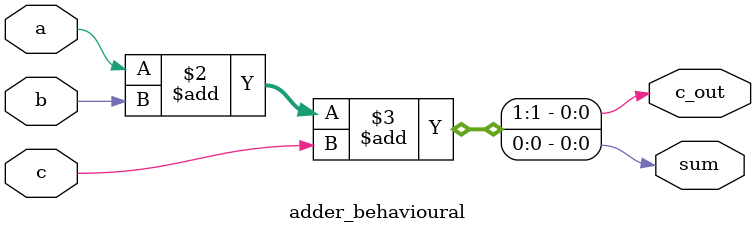
<source format=v>
module adder_behavioural(a,b,c,sum,c_out);

input a,b,c;
output reg sum ;
output reg c_out;
always @(a or b or c)
begin

 {c_out,sum} = a + b + c;

end

endmodule

</source>
